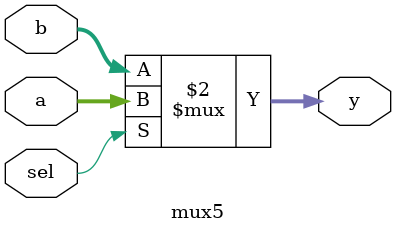
<source format=sv>
`timescale 1ns / 1ps

module mux5 ( 
        input logic sel,
        input logic [4:0] a,
        input logic [4:0] b,
        output logic [4:0] y
);

always_comb begin
        y = sel ? a : b;
end

endmodule
</source>
